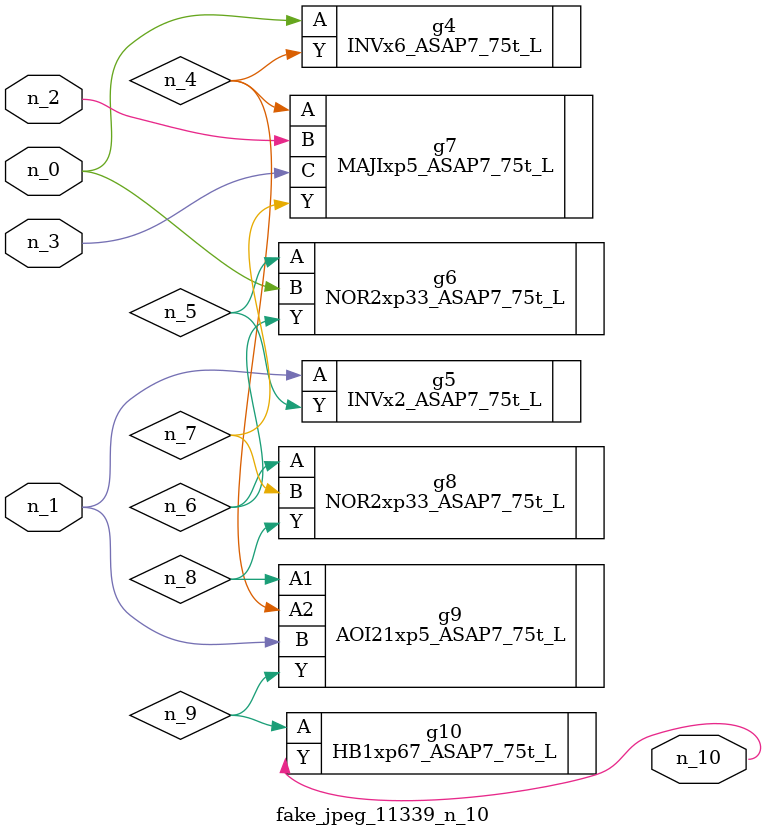
<source format=v>
module fake_jpeg_11339_n_10 (n_0, n_3, n_2, n_1, n_10);

input n_0;
input n_3;
input n_2;
input n_1;

output n_10;

wire n_4;
wire n_8;
wire n_9;
wire n_6;
wire n_5;
wire n_7;

INVx6_ASAP7_75t_L g4 ( 
.A(n_0),
.Y(n_4)
);

INVx2_ASAP7_75t_L g5 ( 
.A(n_1),
.Y(n_5)
);

NOR2xp33_ASAP7_75t_L g6 ( 
.A(n_5),
.B(n_0),
.Y(n_6)
);

NOR2xp33_ASAP7_75t_L g8 ( 
.A(n_6),
.B(n_7),
.Y(n_8)
);

MAJIxp5_ASAP7_75t_L g7 ( 
.A(n_4),
.B(n_2),
.C(n_3),
.Y(n_7)
);

AOI21xp5_ASAP7_75t_L g9 ( 
.A1(n_8),
.A2(n_4),
.B(n_1),
.Y(n_9)
);

HB1xp67_ASAP7_75t_L g10 ( 
.A(n_9),
.Y(n_10)
);


endmodule
</source>
